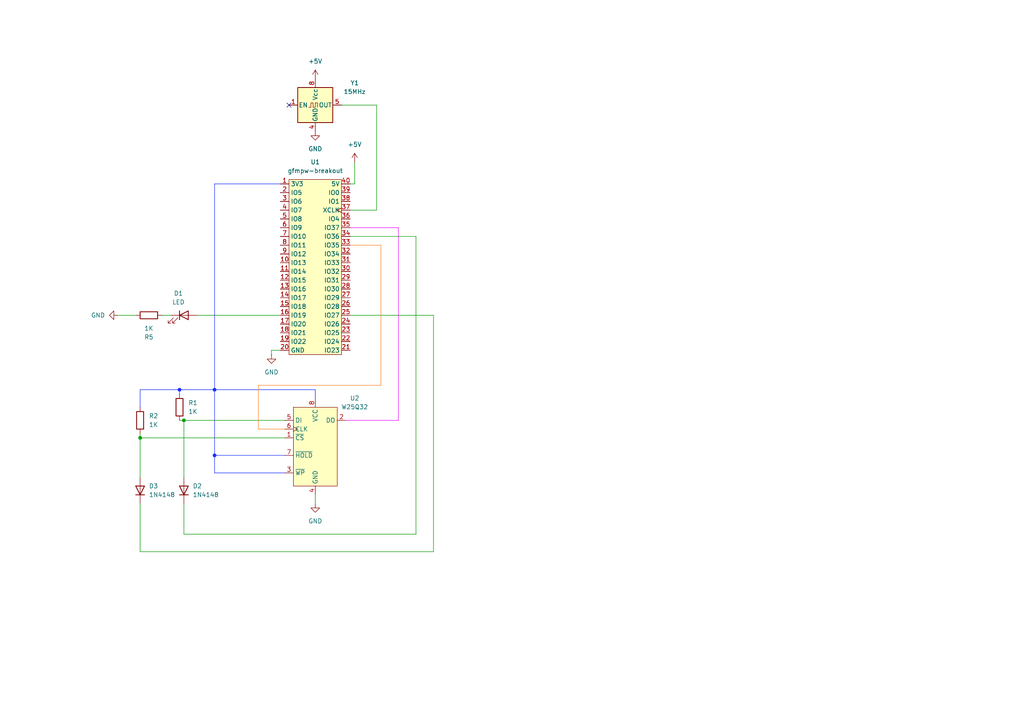
<source format=kicad_sch>
(kicad_sch (version 20250114) (generator "eeschema") (generator_version "9.0")
  (paper "A4")
  (lib_symbols
    (symbol "Device:LED" (pin_numbers (hide yes)) (pin_names (offset 1.016) (hide yes))
      (property "Reference" "D" (at 0 2.54 0))
      (property "Value" "LED" (at 0 -2.54 0))
      (symbol "LED_0_1"
        (polyline (pts (xy -3.048 -0.762) (xy -4.572 -2.286) (xy -3.81 -2.286) (xy -4.572 -2.286) (xy -4.572 -1.524)))
        (polyline (pts (xy -1.778 -0.762) (xy -3.302 -2.286) (xy -2.54 -2.286) (xy -3.302 -2.286) (xy -3.302 -1.524)))
        (polyline (pts (xy -1.27 0) (xy 1.27 0)))
        (polyline (pts (xy -1.27 -1.27) (xy -1.27 1.27)) (stroke (width 0.254)))
        (polyline (pts (xy 1.27 -1.27) (xy 1.27 1.27) (xy -1.27 0) (xy 1.27 -1.27)) (stroke (width 0.254)))
      )
      (symbol "LED_1_1"
        (pin passive line (at -3.81 0 0) (length 2.54) (name "K") (number "1"))
        (pin passive line (at 3.81 0 180) (length 2.54) (name "A") (number "2"))
      )
    )
    (symbol "Device:R" (pin_numbers (hide yes)) (pin_names (offset 0))
      (property "Reference" "R" (at 2.032 0 90))
      (property "Value" "R" (at 0 0 90))
      (symbol "R_0_1"
        (rectangle (start -1.016 -2.54) (end 1.016 2.54) (stroke (width 0.254)))
      )
      (symbol "R_1_1"
        (pin passive line (at 0 3.81 270) (length 1.27) (name "~") (number "1"))
        (pin passive line (at 0 -3.81 90) (length 1.27) (name "~") (number "2"))
      )
    )
    (symbol "Diode:1N4148" (pin_numbers (hide yes)) (pin_names (hide yes))
      (property "Reference" "D" (at 0 2.54 0))
      (property "Value" "1N4148" (at 0 -2.54 0))
      (symbol "1N4148_0_1"
        (polyline (pts (xy -1.27 1.27) (xy -1.27 -1.27)) (stroke (width 0.254)))
        (polyline (pts (xy 1.27 1.27) (xy 1.27 -1.27) (xy -1.27 0) (xy 1.27 1.27)) (stroke (width 0.254)))
        (polyline (pts (xy 1.27 0) (xy -1.27 0)))
      )
      (symbol "1N4148_1_1"
        (pin passive line (at -3.81 0 0) (length 2.54) (name "K") (number "1"))
        (pin passive line (at 3.81 0 180) (length 2.54) (name "A") (number "2"))
      )
    )
    (symbol "GfmpwBreakout:gfmpw1-breakout"
      (property "Reference" "U" (at 0 0 0))
      (property "Value" "gfmpw-breakout" (at 0 0 0))
      (symbol "gfmpw1-breakout_1_1"
        (rectangle (start -7.62 -2.54) (end 7.62 -53.34) (fill (type background)))
        (pin power_out line (at -10.16 -3.81 0) (length 2.54) (name "3V3") (number "1"))
        (pin tri_state line (at -10.16 -6.35 0) (length 2.54) (name "IO5") (number "2"))
        (pin tri_state line (at -10.16 -8.89 0) (length 2.54) (name "IO6") (number "3"))
        (pin tri_state line (at -10.16 -11.43 0) (length 2.54) (name "IO7") (number "4"))
        (pin tri_state line (at -10.16 -13.97 0) (length 2.54) (name "IO8") (number "5"))
        (pin tri_state line (at -10.16 -16.51 0) (length 2.54) (name "IO9") (number "6"))
        (pin tri_state line (at -10.16 -19.05 0) (length 2.54) (name "IO10") (number "7"))
        (pin tri_state line (at -10.16 -21.59 0) (length 2.54) (name "IO11") (number "8"))
        (pin tri_state line (at -10.16 -24.13 0) (length 2.54) (name "IO12") (number "9"))
        (pin tri_state line (at -10.16 -26.67 0) (length 2.54) (name "IO13") (number "10"))
        (pin tri_state line (at -10.16 -29.21 0) (length 2.54) (name "IO14") (number "11"))
        (pin tri_state line (at -10.16 -31.75 0) (length 2.54) (name "IO15") (number "12"))
        (pin tri_state line (at -10.16 -34.29 0) (length 2.54) (name "IO16") (number "13"))
        (pin tri_state line (at -10.16 -36.83 0) (length 2.54) (name "IO17") (number "14"))
        (pin tri_state line (at -10.16 -39.37 0) (length 2.54) (name "IO18") (number "15"))
        (pin tri_state line (at -10.16 -41.91 0) (length 2.54) (name "IO19") (number "16"))
        (pin tri_state line (at -10.16 -44.45 0) (length 2.54) (name "IO20") (number "17"))
        (pin tri_state line (at -10.16 -46.99 0) (length 2.54) (name "IO21") (number "18"))
        (pin tri_state line (at -10.16 -49.53 0) (length 2.54) (name "IO22") (number "19"))
        (pin power_in line (at -10.16 -52.07 0) (length 2.54) (name "GND") (number "20"))
        (pin power_in line (at 10.16 -3.81 180) (length 2.54) (name "5V") (number "40"))
        (pin tri_state line (at 10.16 -6.35 180) (length 2.54) (name "IO0") (number "39"))
        (pin tri_state line (at 10.16 -8.89 180) (length 2.54) (name "IO1") (number "38"))
        (pin input clock (at 10.16 -11.43 180) (length 2.54) (name "XCLK") (number "37"))
        (pin tri_state line (at 10.16 -13.97 180) (length 2.54) (name "IO4") (number "36"))
        (pin tri_state line (at 10.16 -16.51 180) (length 2.54) (name "IO37") (number "35"))
        (pin tri_state line (at 10.16 -19.05 180) (length 2.54) (name "IO36") (number "34"))
        (pin tri_state line (at 10.16 -21.59 180) (length 2.54) (name "IO35") (number "33"))
        (pin tri_state line (at 10.16 -24.13 180) (length 2.54) (name "IO34") (number "32"))
        (pin tri_state line (at 10.16 -26.67 180) (length 2.54) (name "IO33") (number "31"))
        (pin tri_state line (at 10.16 -29.21 180) (length 2.54) (name "IO32") (number "30"))
        (pin tri_state line (at 10.16 -31.75 180) (length 2.54) (name "IO31") (number "29"))
        (pin tri_state line (at 10.16 -34.29 180) (length 2.54) (name "IO30") (number "28"))
        (pin tri_state line (at 10.16 -36.83 180) (length 2.54) (name "IO29") (number "27"))
        (pin tri_state line (at 10.16 -39.37 180) (length 2.54) (name "IO28") (number "26"))
        (pin tri_state line (at 10.16 -41.91 180) (length 2.54) (name "IO27") (number "25"))
        (pin tri_state line (at 10.16 -44.45 180) (length 2.54) (name "IO26") (number "24"))
        (pin tri_state line (at 10.16 -46.99 180) (length 2.54) (name "IO25") (number "23"))
        (pin tri_state line (at 10.16 -49.53 180) (length 2.54) (name "IO24") (number "22"))
        (pin tri_state line (at 10.16 -52.07 180) (length 2.54) (name "IO23") (number "21"))
      )
    )
    (symbol "Oscillator:CXO_DIP8" (pin_names (offset 0.254))
      (property "Reference" "Y" (at -5.08 6.35 0))
      (property "Value" "CXO_DIP8" (at 1.27 -6.35 0))
      (symbol "CXO_DIP8_0_1"
        (rectangle (start -5.08 5.08) (end 5.08 -5.08) (stroke (width 0.254)) (fill (type background)))
        (polyline (pts (xy -1.905 -0.635) (xy -1.27 -0.635) (xy -1.27 0.635) (xy -0.635 0.635) (xy -0.635 -0.635) (xy 0 -0.635) (xy 0 0.635) (xy 0.635 0.635) (xy 0.635 -0.635)))
      )
      (symbol "CXO_DIP8_1_1"
        (pin input line (at -7.62 0 0) (length 2.54) (name "EN") (number "1"))
        (pin power_in line (at 0 7.62 270) (length 2.54) (name "Vcc") (number "8"))
        (pin power_in line (at 0 -7.62 90) (length 2.54) (name "GND") (number "4"))
        (pin output line (at 7.62 0 180) (length 2.54) (name "OUT") (number "5"))
      )
    )
    (symbol "TholinsStuff:W25Q32"
      (property "Reference" "U" (at 3.81 13.97 0))
      (property "Value" "W25Q32" (at 6.35 11.43 0))
      (symbol "W25Q32_0_1"
        (rectangle (start -6.35 10.16) (end 6.35 -12.7) (fill (type background)))
      )
      (symbol "W25Q32_1_1"
        (pin input line (at -8.89 6.35 0) (length 2.54) (name "DI") (number "5"))
        (pin input clock (at -8.89 3.81 0) (length 2.54) (name "CLK") (number "6"))
        (pin input line (at -8.89 1.27 0) (length 2.54) (name "~{CS}") (number "1"))
        (pin input line (at -8.89 -3.81 0) (length 2.54) (name "~{HOLD}") (number "7"))
        (pin input line (at -8.89 -8.89 0) (length 2.54) (name "~{WP}") (number "3"))
        (pin input line (at 0 12.7 270) (length 2.54) (name "VCC") (number "8"))
        (pin input line (at 0 -15.24 90) (length 2.54) (name "GND") (number "4"))
        (pin output line (at 8.89 6.35 180) (length 2.54) (name "DO") (number "2"))
      )
    )
    (symbol "power:+5V" (power) (pin_numbers (hide yes)) (pin_names (offset 0) (hide yes))
      (property "Value" "+5V" (at 0 3.556 0))
      (symbol "+5V_0_1"
        (polyline (pts (xy -0.762 1.27) (xy 0 2.54)))
        (polyline (pts (xy 0 2.54) (xy 0.762 1.27)))
        (polyline (pts (xy 0 0) (xy 0 2.54)))
      )
      (symbol "+5V_1_1"
        (pin power_in line (at 0 0 90) (length 0) (name "~") (number "1"))
      )
    )
    (symbol "power:GND" (power) (pin_numbers (hide yes)) (pin_names (offset 0) (hide yes))
      (property "Value" "GND" (at 0 -3.81 0))
      (symbol "GND_0_1"
        (polyline (pts (xy 0 0) (xy 0 -1.27) (xy 1.27 -1.27) (xy 0 -2.54) (xy -1.27 -1.27) (xy 0 -1.27)))
      )
      (symbol "GND_1_1"
        (pin power_in line (at 0 0 270) (length 0) (name "~") (number "1"))
      )
    )
  )
  (junction (at 62.23 132.08) (color 17 41 255 1))
  (junction (at 52.07 113.03) (color 17 41 255 1))
  (junction (at 40.64 127))
  (junction (at 53.34 121.92))
  (junction (at 62.23 113.03) (color 17 41 255 1))
  (no_connect (at 83.82 30.48))
  (wire (pts (xy 40.64 127) (xy 40.64 125.73)))
  (wire (pts (xy 53.34 154.94) (xy 53.34 146.05)))
  (wire (pts (xy 91.44 143.51) (xy 91.44 146.05)))
  (wire (pts (xy 40.64 127) (xy 40.64 138.43)))
  (wire (pts (xy 40.64 113.03) (xy 52.07 113.03)) (stroke (width 0) (color 17 41 255 1)))
  (wire (pts (xy 110.49 71.12) (xy 101.6 71.12)) (stroke (width 0) (color 255 129 33 1)))
  (wire (pts (xy 34.29 91.44) (xy 39.37 91.44)))
  (wire (pts (xy 125.73 160.02) (xy 40.64 160.02)))
  (wire (pts (xy 74.93 124.46) (xy 74.93 111.76)) (stroke (width 0) (color 255 129 33 1)))
  (wire (pts (xy 91.44 115.57) (xy 91.44 113.03)) (stroke (width 0) (color 17 41 255 1)))
  (wire (pts (xy 125.73 91.44) (xy 125.73 160.02)))
  (wire (pts (xy 62.23 53.34) (xy 81.28 53.34)) (stroke (width 0) (color 17 41 255 1)))
  (wire (pts (xy 91.44 113.03) (xy 62.23 113.03)) (stroke (width 0) (color 17 41 255 1)))
  (wire (pts (xy 78.74 101.6) (xy 81.28 101.6)))
  (wire (pts (xy 120.65 154.94) (xy 53.34 154.94)))
  (wire (pts (xy 62.23 113.03) (xy 62.23 53.34)) (stroke (width 0) (color 17 41 255 1)))
  (wire (pts (xy 52.07 121.92) (xy 53.34 121.92)))
  (wire (pts (xy 74.93 111.76) (xy 110.49 111.76)) (stroke (width 0) (color 255 129 33 1)))
  (wire (pts (xy 109.22 30.48) (xy 109.22 60.96)))
  (wire (pts (xy 82.55 127) (xy 40.64 127)))
  (wire (pts (xy 62.23 137.16) (xy 62.23 132.08)) (stroke (width 0) (color 17 41 255 1)))
  (wire (pts (xy 53.34 121.92) (xy 82.55 121.92)))
  (wire (pts (xy 115.57 121.92) (xy 100.33 121.92)) (stroke (width 0) (color 234 6 255 1)))
  (wire (pts (xy 110.49 111.76) (xy 110.49 71.12)) (stroke (width 0) (color 255 129 33 1)))
  (wire (pts (xy 82.55 124.46) (xy 74.93 124.46)) (stroke (width 0) (color 255 129 33 1)))
  (wire (pts (xy 57.15 91.44) (xy 81.28 91.44)))
  (wire (pts (xy 99.06 30.48) (xy 109.22 30.48)))
  (wire (pts (xy 82.55 132.08) (xy 62.23 132.08)) (stroke (width 0) (color 17 41 255 1)))
  (wire (pts (xy 40.64 160.02) (xy 40.64 146.05)))
  (wire (pts (xy 115.57 66.04) (xy 115.57 121.92)) (stroke (width 0) (color 234 6 255 1)))
  (wire (pts (xy 101.6 91.44) (xy 125.73 91.44)))
  (wire (pts (xy 101.6 68.58) (xy 120.65 68.58)))
  (wire (pts (xy 102.87 53.34) (xy 101.6 53.34)))
  (wire (pts (xy 46.99 91.44) (xy 49.53 91.44)))
  (wire (pts (xy 78.74 102.87) (xy 78.74 101.6)))
  (wire (pts (xy 102.87 46.99) (xy 102.87 53.34)))
  (wire (pts (xy 82.55 137.16) (xy 62.23 137.16)) (stroke (width 0) (color 17 41 255 1)))
  (wire (pts (xy 40.64 118.11) (xy 40.64 113.03)) (stroke (width 0) (color 17 41 255 1)))
  (wire (pts (xy 62.23 132.08) (xy 62.23 113.03)) (stroke (width 0) (color 17 41 255 1)))
  (wire (pts (xy 101.6 66.04) (xy 115.57 66.04)) (stroke (width 0) (color 234 6 255 1)))
  (wire (pts (xy 53.34 121.92) (xy 53.34 138.43)))
  (wire (pts (xy 52.07 113.03) (xy 62.23 113.03)) (stroke (width 0) (color 17 41 255 1)))
  (wire (pts (xy 52.07 114.3) (xy 52.07 113.03)) (stroke (width 0) (color 17 41 255 1)))
  (wire (pts (xy 109.22 60.96) (xy 101.6 60.96)))
  (wire (pts (xy 120.65 68.58) (xy 120.65 154.94)))
  (symbol (lib_id "Device:R") (at 52.07 118.11 0) (unit 1)
    (property "Reference" "R1" (at 54.61 116.8399 0) (effects (justify left)))
    (property "Value" "1K" (at 54.61 119.3799 0) (effects (justify left)))
    (property "Footprint" "Resistor_SMD:R_1206_3216Metric_Pad1.30x1.75mm_HandSolder" (effects (hide yes)))
    (property "VerilogCode" "assign _1 = _2;" (effects (hide yes)))
  )
  (symbol (lib_id "TholinsStuff:W25Q32") (at 91.44 128.27 0) (unit 1)
    (property "Reference" "U2" (at 102.87 115.4998 0))
    (property "Value" "W25Q32" (at 102.87 118.0398 0))
    (property "Description" "4MiB serial flash" (effects (hide yes)))
  )
  (symbol (lib_id "power:+5V") (at 102.87 46.99 0) (unit 1)
    (property "Reference" "#PWR01" (effects (hide yes)))
    (property "Value" "+5V" (at 102.87 41.91 0))
    (property "Description" "Power symbol creates a global label with name \"+5V\"" (effects (hide yes)))
  )
  (symbol (lib_id "Oscillator:CXO_DIP8") (at 91.44 30.48 0) (unit 1)
    (property "Reference" "Y1" (at 102.87 24.0598 0))
    (property "Value" "15MHz" (at 102.87 26.5998 0))
    (property "Footprint" "Oscillator:Oscillator_DIP-8" (effects (hide yes)))
    (property "Datasheet" "http://cdn-reichelt.de/documents/datenblatt/B400/OSZI.pdf" (effects (hide yes)))
    (property "Description" "Crystal Clock Oscillator, DIP8-style metal package" (effects (hide yes)))
  )
  (symbol (lib_id "power:GND") (at 34.29 91.44 270) (unit 1)
    (property "Reference" "#PWR06" (effects (hide yes)))
    (property "Value" "GND" (at 30.48 91.4399 90) (effects (justify right)))
    (property "Description" "Power symbol creates a global label with name \"GND\" , ground" (effects (hide yes)))
  )
  (symbol (lib_id "power:+5V") (at 91.44 22.86 0) (unit 1)
    (property "Reference" "#PWR02" (effects (hide yes)))
    (property "Value" "+5V" (at 91.44 17.78 0))
    (property "Description" "Power symbol creates a global label with name \"+5V\"" (effects (hide yes)))
  )
  (symbol (lib_id "power:GND") (at 91.44 38.1 0) (unit 1)
    (property "Reference" "#PWR03" (effects (hide yes)))
    (property "Value" "GND" (at 91.44 43.18 0))
    (property "Description" "Power symbol creates a global label with name \"GND\" , ground" (effects (hide yes)))
  )
  (symbol (lib_id "power:GND") (at 91.44 146.05 0) (unit 1)
    (property "Reference" "#PWR05" (effects (hide yes)))
    (property "Value" "GND" (at 91.44 151.13 0))
    (property "Description" "Power symbol creates a global label with name \"GND\" , ground" (effects (hide yes)))
  )
  (symbol (lib_id "Diode:1N4148") (at 40.64 142.24 90) (unit 1)
    (property "Reference" "D3" (at 43.18 140.9699 90) (effects (justify right)))
    (property "Value" "1N4148" (at 43.18 143.5099 90) (effects (justify right)))
    (property "Footprint" "Diode_THT:D_DO-35_SOD27_P7.62mm_Horizontal" (effects (hide yes)))
    (property "Datasheet" "https://assets.nexperia.com/documents/data-sheet/1N4148_1N4448.pdf" (effects (hide yes)))
    (property "Description" "100V 0.15A standard switching diode, DO-35" (effects (hide yes)))
    (property "Sim.Device" "D" (effects (hide yes)))
    (property "Sim.Pins" "1=K 2=A" (effects (hide yes)))
  )
  (symbol (lib_id "Diode:1N4148") (at 53.34 142.24 90) (unit 1)
    (property "Reference" "D2" (at 55.88 140.9699 90) (effects (justify right)))
    (property "Value" "1N4148" (at 55.88 143.5099 90) (effects (justify right)))
    (property "Footprint" "Diode_THT:D_DO-35_SOD27_P7.62mm_Horizontal" (effects (hide yes)))
    (property "Datasheet" "https://assets.nexperia.com/documents/data-sheet/1N4148_1N4448.pdf" (effects (hide yes)))
    (property "Description" "100V 0.15A standard switching diode, DO-35" (effects (hide yes)))
    (property "Sim.Device" "D" (effects (hide yes)))
    (property "Sim.Pins" "1=K 2=A" (effects (hide yes)))
  )
  (symbol (lib_id "Device:LED") (at 53.34 91.44 0) (unit 1)
    (property "Reference" "D1" (at 51.7525 85.09 0))
    (property "Value" "LED" (at 51.7525 87.63 0))
    (property "Description" "Light emitting diode" (effects (hide yes)))
    (property "Sim.Pins" "1=K 2=A" (effects (hide yes)))
  )
  (symbol (lib_id "GfmpwBreakout:gfmpw1-breakout") (at 91.44 49.53 0) (unit 1)
    (property "Reference" "U1" (at 91.44 46.99 0))
    (property "Value" "gfmpw-breakout" (at 91.44 49.53 0))
    (property "Footprint" "Package_DIP:DIP-40_W15.24mm_Socket" (effects (hide yes)))
  )
  (symbol (lib_id "Device:R") (at 43.18 91.44 270) (unit 1)
    (property "Reference" "R5" (at 43.18 97.79 90))
    (property "Value" "1K" (at 43.18 95.25 90))
    (property "Footprint" "Resistor_SMD:R_1206_3216Metric_Pad1.30x1.75mm_HandSolder" (effects (hide yes)))
    (property "VerilogCode" "assign _1 = _2;" (effects (hide yes)))
  )
  (symbol (lib_id "power:GND") (at 78.74 102.87 0) (unit 1)
    (property "Reference" "#PWR04" (effects (hide yes)))
    (property "Value" "GND" (at 78.74 107.95 0))
    (property "Description" "Power symbol creates a global label with name \"GND\" , ground" (effects (hide yes)))
  )
  (symbol (lib_id "Device:R") (at 40.64 121.92 0) (unit 1)
    (property "Reference" "R2" (at 43.18 120.6499 0) (effects (justify left)))
    (property "Value" "1K" (at 43.18 123.1899 0) (effects (justify left)))
    (property "Footprint" "Resistor_SMD:R_1206_3216Metric_Pad1.30x1.75mm_HandSolder" (effects (hide yes)))
    (property "VerilogCode" "assign _1 = _2;" (effects (hide yes)))
  )
)
</source>
